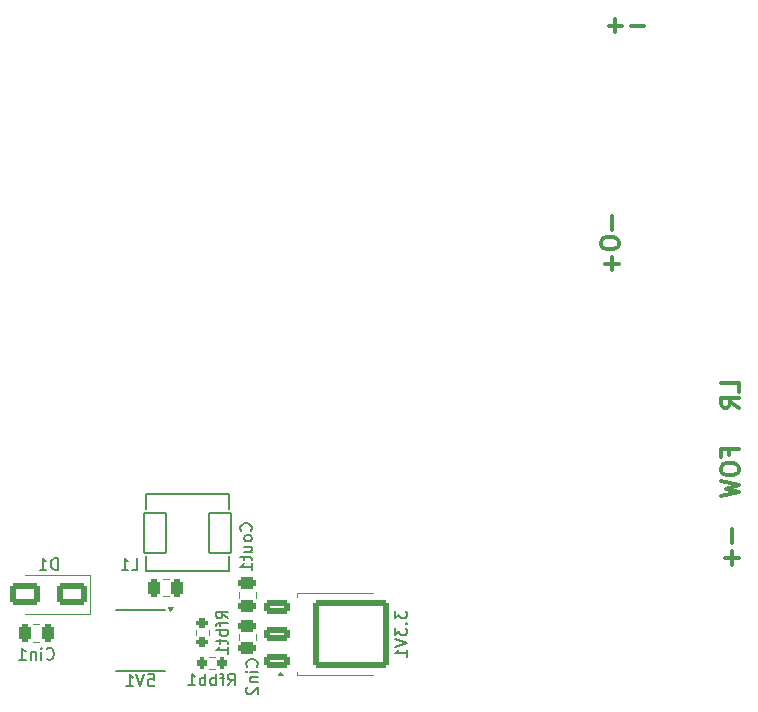
<source format=gbr>
%TF.GenerationSoftware,KiCad,Pcbnew,8.0.5*%
%TF.CreationDate,2024-10-15T16:33:48+02:00*%
%TF.ProjectId,Leiterkarte-v2,4c656974-6572-46b6-9172-74652d76322e,rev?*%
%TF.SameCoordinates,Original*%
%TF.FileFunction,Legend,Bot*%
%TF.FilePolarity,Positive*%
%FSLAX46Y46*%
G04 Gerber Fmt 4.6, Leading zero omitted, Abs format (unit mm)*
G04 Created by KiCad (PCBNEW 8.0.5) date 2024-10-15 16:33:48*
%MOMM*%
%LPD*%
G01*
G04 APERTURE LIST*
G04 Aperture macros list*
%AMRoundRect*
0 Rectangle with rounded corners*
0 $1 Rounding radius*
0 $2 $3 $4 $5 $6 $7 $8 $9 X,Y pos of 4 corners*
0 Add a 4 corners polygon primitive as box body*
4,1,4,$2,$3,$4,$5,$6,$7,$8,$9,$2,$3,0*
0 Add four circle primitives for the rounded corners*
1,1,$1+$1,$2,$3*
1,1,$1+$1,$4,$5*
1,1,$1+$1,$6,$7*
1,1,$1+$1,$8,$9*
0 Add four rect primitives between the rounded corners*
20,1,$1+$1,$2,$3,$4,$5,0*
20,1,$1+$1,$4,$5,$6,$7,0*
20,1,$1+$1,$6,$7,$8,$9,0*
20,1,$1+$1,$8,$9,$2,$3,0*%
G04 Aperture macros list end*
%ADD10C,0.300000*%
%ADD11C,0.150000*%
%ADD12C,0.120000*%
%ADD13C,0.127000*%
%ADD14C,1.000000*%
%ADD15R,1.700000X1.700000*%
%ADD16O,1.700000X1.700000*%
%ADD17O,1.204000X2.004000*%
%ADD18O,1.204000X2.304000*%
%ADD19C,0.650000*%
%ADD20C,6.400000*%
%ADD21RoundRect,0.250000X-0.250000X-0.475000X0.250000X-0.475000X0.250000X0.475000X-0.250000X0.475000X0*%
%ADD22R,1.550000X0.600000*%
%ADD23R,2.600000X3.100000*%
%ADD24RoundRect,0.250000X0.475000X-0.250000X0.475000X0.250000X-0.475000X0.250000X-0.475000X-0.250000X0*%
%ADD25RoundRect,0.200000X0.275000X-0.200000X0.275000X0.200000X-0.275000X0.200000X-0.275000X-0.200000X0*%
%ADD26RoundRect,0.200000X-0.200000X-0.275000X0.200000X-0.275000X0.200000X0.275000X-0.200000X0.275000X0*%
%ADD27RoundRect,0.250000X-0.850000X-0.350000X0.850000X-0.350000X0.850000X0.350000X-0.850000X0.350000X0*%
%ADD28RoundRect,0.249997X-2.950003X-2.650003X2.950003X-2.650003X2.950003X2.650003X-2.950003X2.650003X0*%
%ADD29RoundRect,0.250000X0.250000X0.475000X-0.250000X0.475000X-0.250000X-0.475000X0.250000X-0.475000X0*%
%ADD30RoundRect,0.250000X1.000000X0.650000X-1.000000X0.650000X-1.000000X-0.650000X1.000000X-0.650000X0*%
%ADD31RoundRect,0.102000X-0.925000X-1.700000X0.925000X-1.700000X0.925000X1.700000X-0.925000X1.700000X0*%
G04 APERTURE END LIST*
D10*
X148965114Y-86821428D02*
X148965114Y-86321428D01*
X149750828Y-86321428D02*
X148250828Y-86321428D01*
X148250828Y-86321428D02*
X148250828Y-87035714D01*
X148250828Y-87892857D02*
X148250828Y-88178571D01*
X148250828Y-88178571D02*
X148322257Y-88321428D01*
X148322257Y-88321428D02*
X148465114Y-88464285D01*
X148465114Y-88464285D02*
X148750828Y-88535714D01*
X148750828Y-88535714D02*
X149250828Y-88535714D01*
X149250828Y-88535714D02*
X149536542Y-88464285D01*
X149536542Y-88464285D02*
X149679400Y-88321428D01*
X149679400Y-88321428D02*
X149750828Y-88178571D01*
X149750828Y-88178571D02*
X149750828Y-87892857D01*
X149750828Y-87892857D02*
X149679400Y-87750000D01*
X149679400Y-87750000D02*
X149536542Y-87607142D01*
X149536542Y-87607142D02*
X149250828Y-87535714D01*
X149250828Y-87535714D02*
X148750828Y-87535714D01*
X148750828Y-87535714D02*
X148465114Y-87607142D01*
X148465114Y-87607142D02*
X148322257Y-87750000D01*
X148322257Y-87750000D02*
X148250828Y-87892857D01*
X148250828Y-89035714D02*
X149750828Y-89392857D01*
X149750828Y-89392857D02*
X148679400Y-89678571D01*
X148679400Y-89678571D02*
X149750828Y-89964286D01*
X149750828Y-89964286D02*
X148250828Y-90321429D01*
X139029400Y-66614285D02*
X139029400Y-67757143D01*
X138100828Y-68757143D02*
X138100828Y-69042857D01*
X138100828Y-69042857D02*
X138172257Y-69185714D01*
X138172257Y-69185714D02*
X138315114Y-69328571D01*
X138315114Y-69328571D02*
X138600828Y-69400000D01*
X138600828Y-69400000D02*
X139100828Y-69400000D01*
X139100828Y-69400000D02*
X139386542Y-69328571D01*
X139386542Y-69328571D02*
X139529400Y-69185714D01*
X139529400Y-69185714D02*
X139600828Y-69042857D01*
X139600828Y-69042857D02*
X139600828Y-68757143D01*
X139600828Y-68757143D02*
X139529400Y-68614286D01*
X139529400Y-68614286D02*
X139386542Y-68471428D01*
X139386542Y-68471428D02*
X139100828Y-68400000D01*
X139100828Y-68400000D02*
X138600828Y-68400000D01*
X138600828Y-68400000D02*
X138315114Y-68471428D01*
X138315114Y-68471428D02*
X138172257Y-68614286D01*
X138172257Y-68614286D02*
X138100828Y-68757143D01*
X139029400Y-70042857D02*
X139029400Y-71185715D01*
X139600828Y-70614286D02*
X138457971Y-70614286D01*
X149179400Y-93099999D02*
X149179400Y-94242857D01*
X149179400Y-94957142D02*
X149179400Y-96100000D01*
X149750828Y-95528571D02*
X148607971Y-95528571D01*
X138749999Y-50470600D02*
X139892857Y-50470600D01*
X139321428Y-49899171D02*
X139321428Y-51042028D01*
X140607142Y-50470600D02*
X141750000Y-50470600D01*
X149750828Y-81464285D02*
X149750828Y-80749999D01*
X149750828Y-80749999D02*
X148250828Y-80749999D01*
X149750828Y-82821428D02*
X149036542Y-82321428D01*
X149750828Y-81964285D02*
X148250828Y-81964285D01*
X148250828Y-81964285D02*
X148250828Y-82535714D01*
X148250828Y-82535714D02*
X148322257Y-82678571D01*
X148322257Y-82678571D02*
X148393685Y-82750000D01*
X148393685Y-82750000D02*
X148536542Y-82821428D01*
X148536542Y-82821428D02*
X148750828Y-82821428D01*
X148750828Y-82821428D02*
X148893685Y-82750000D01*
X148893685Y-82750000D02*
X148965114Y-82678571D01*
X148965114Y-82678571D02*
X149036542Y-82535714D01*
X149036542Y-82535714D02*
X149036542Y-81964285D01*
D11*
X99766666Y-105404819D02*
X100242856Y-105404819D01*
X100242856Y-105404819D02*
X100290475Y-105881009D01*
X100290475Y-105881009D02*
X100242856Y-105833390D01*
X100242856Y-105833390D02*
X100147618Y-105785771D01*
X100147618Y-105785771D02*
X99909523Y-105785771D01*
X99909523Y-105785771D02*
X99814285Y-105833390D01*
X99814285Y-105833390D02*
X99766666Y-105881009D01*
X99766666Y-105881009D02*
X99719047Y-105976247D01*
X99719047Y-105976247D02*
X99719047Y-106214342D01*
X99719047Y-106214342D02*
X99766666Y-106309580D01*
X99766666Y-106309580D02*
X99814285Y-106357200D01*
X99814285Y-106357200D02*
X99909523Y-106404819D01*
X99909523Y-106404819D02*
X100147618Y-106404819D01*
X100147618Y-106404819D02*
X100242856Y-106357200D01*
X100242856Y-106357200D02*
X100290475Y-106309580D01*
X99433332Y-105404819D02*
X99099999Y-106404819D01*
X99099999Y-106404819D02*
X98766666Y-105404819D01*
X97909523Y-106404819D02*
X98480951Y-106404819D01*
X98195237Y-106404819D02*
X98195237Y-105404819D01*
X98195237Y-105404819D02*
X98290475Y-105547676D01*
X98290475Y-105547676D02*
X98385713Y-105642914D01*
X98385713Y-105642914D02*
X98480951Y-105690533D01*
X108959580Y-104742857D02*
X109007200Y-104695238D01*
X109007200Y-104695238D02*
X109054819Y-104552381D01*
X109054819Y-104552381D02*
X109054819Y-104457143D01*
X109054819Y-104457143D02*
X109007200Y-104314286D01*
X109007200Y-104314286D02*
X108911961Y-104219048D01*
X108911961Y-104219048D02*
X108816723Y-104171429D01*
X108816723Y-104171429D02*
X108626247Y-104123810D01*
X108626247Y-104123810D02*
X108483390Y-104123810D01*
X108483390Y-104123810D02*
X108292914Y-104171429D01*
X108292914Y-104171429D02*
X108197676Y-104219048D01*
X108197676Y-104219048D02*
X108102438Y-104314286D01*
X108102438Y-104314286D02*
X108054819Y-104457143D01*
X108054819Y-104457143D02*
X108054819Y-104552381D01*
X108054819Y-104552381D02*
X108102438Y-104695238D01*
X108102438Y-104695238D02*
X108150057Y-104742857D01*
X109054819Y-105171429D02*
X108388152Y-105171429D01*
X108054819Y-105171429D02*
X108102438Y-105123810D01*
X108102438Y-105123810D02*
X108150057Y-105171429D01*
X108150057Y-105171429D02*
X108102438Y-105219048D01*
X108102438Y-105219048D02*
X108054819Y-105171429D01*
X108054819Y-105171429D02*
X108150057Y-105171429D01*
X108388152Y-105647619D02*
X109054819Y-105647619D01*
X108483390Y-105647619D02*
X108435771Y-105695238D01*
X108435771Y-105695238D02*
X108388152Y-105790476D01*
X108388152Y-105790476D02*
X108388152Y-105933333D01*
X108388152Y-105933333D02*
X108435771Y-106028571D01*
X108435771Y-106028571D02*
X108531009Y-106076190D01*
X108531009Y-106076190D02*
X109054819Y-106076190D01*
X108150057Y-106504762D02*
X108102438Y-106552381D01*
X108102438Y-106552381D02*
X108054819Y-106647619D01*
X108054819Y-106647619D02*
X108054819Y-106885714D01*
X108054819Y-106885714D02*
X108102438Y-106980952D01*
X108102438Y-106980952D02*
X108150057Y-107028571D01*
X108150057Y-107028571D02*
X108245295Y-107076190D01*
X108245295Y-107076190D02*
X108340533Y-107076190D01*
X108340533Y-107076190D02*
X108483390Y-107028571D01*
X108483390Y-107028571D02*
X109054819Y-106457143D01*
X109054819Y-106457143D02*
X109054819Y-107076190D01*
X108459580Y-93242856D02*
X108507200Y-93195237D01*
X108507200Y-93195237D02*
X108554819Y-93052380D01*
X108554819Y-93052380D02*
X108554819Y-92957142D01*
X108554819Y-92957142D02*
X108507200Y-92814285D01*
X108507200Y-92814285D02*
X108411961Y-92719047D01*
X108411961Y-92719047D02*
X108316723Y-92671428D01*
X108316723Y-92671428D02*
X108126247Y-92623809D01*
X108126247Y-92623809D02*
X107983390Y-92623809D01*
X107983390Y-92623809D02*
X107792914Y-92671428D01*
X107792914Y-92671428D02*
X107697676Y-92719047D01*
X107697676Y-92719047D02*
X107602438Y-92814285D01*
X107602438Y-92814285D02*
X107554819Y-92957142D01*
X107554819Y-92957142D02*
X107554819Y-93052380D01*
X107554819Y-93052380D02*
X107602438Y-93195237D01*
X107602438Y-93195237D02*
X107650057Y-93242856D01*
X108554819Y-93814285D02*
X108507200Y-93719047D01*
X108507200Y-93719047D02*
X108459580Y-93671428D01*
X108459580Y-93671428D02*
X108364342Y-93623809D01*
X108364342Y-93623809D02*
X108078628Y-93623809D01*
X108078628Y-93623809D02*
X107983390Y-93671428D01*
X107983390Y-93671428D02*
X107935771Y-93719047D01*
X107935771Y-93719047D02*
X107888152Y-93814285D01*
X107888152Y-93814285D02*
X107888152Y-93957142D01*
X107888152Y-93957142D02*
X107935771Y-94052380D01*
X107935771Y-94052380D02*
X107983390Y-94099999D01*
X107983390Y-94099999D02*
X108078628Y-94147618D01*
X108078628Y-94147618D02*
X108364342Y-94147618D01*
X108364342Y-94147618D02*
X108459580Y-94099999D01*
X108459580Y-94099999D02*
X108507200Y-94052380D01*
X108507200Y-94052380D02*
X108554819Y-93957142D01*
X108554819Y-93957142D02*
X108554819Y-93814285D01*
X107888152Y-95004761D02*
X108554819Y-95004761D01*
X107888152Y-94576190D02*
X108411961Y-94576190D01*
X108411961Y-94576190D02*
X108507200Y-94623809D01*
X108507200Y-94623809D02*
X108554819Y-94719047D01*
X108554819Y-94719047D02*
X108554819Y-94861904D01*
X108554819Y-94861904D02*
X108507200Y-94957142D01*
X108507200Y-94957142D02*
X108459580Y-95004761D01*
X107888152Y-95338095D02*
X107888152Y-95719047D01*
X107554819Y-95480952D02*
X108411961Y-95480952D01*
X108411961Y-95480952D02*
X108507200Y-95528571D01*
X108507200Y-95528571D02*
X108554819Y-95623809D01*
X108554819Y-95623809D02*
X108554819Y-95719047D01*
X108554819Y-96576190D02*
X108554819Y-96004762D01*
X108554819Y-96290476D02*
X107554819Y-96290476D01*
X107554819Y-96290476D02*
X107697676Y-96195238D01*
X107697676Y-96195238D02*
X107792914Y-96100000D01*
X107792914Y-96100000D02*
X107840533Y-96004762D01*
X106504819Y-100659523D02*
X106028628Y-100326190D01*
X106504819Y-100088095D02*
X105504819Y-100088095D01*
X105504819Y-100088095D02*
X105504819Y-100469047D01*
X105504819Y-100469047D02*
X105552438Y-100564285D01*
X105552438Y-100564285D02*
X105600057Y-100611904D01*
X105600057Y-100611904D02*
X105695295Y-100659523D01*
X105695295Y-100659523D02*
X105838152Y-100659523D01*
X105838152Y-100659523D02*
X105933390Y-100611904D01*
X105933390Y-100611904D02*
X105981009Y-100564285D01*
X105981009Y-100564285D02*
X106028628Y-100469047D01*
X106028628Y-100469047D02*
X106028628Y-100088095D01*
X105838152Y-100945238D02*
X105838152Y-101326190D01*
X106504819Y-101088095D02*
X105647676Y-101088095D01*
X105647676Y-101088095D02*
X105552438Y-101135714D01*
X105552438Y-101135714D02*
X105504819Y-101230952D01*
X105504819Y-101230952D02*
X105504819Y-101326190D01*
X106504819Y-101659524D02*
X105504819Y-101659524D01*
X105885771Y-101659524D02*
X105838152Y-101754762D01*
X105838152Y-101754762D02*
X105838152Y-101945238D01*
X105838152Y-101945238D02*
X105885771Y-102040476D01*
X105885771Y-102040476D02*
X105933390Y-102088095D01*
X105933390Y-102088095D02*
X106028628Y-102135714D01*
X106028628Y-102135714D02*
X106314342Y-102135714D01*
X106314342Y-102135714D02*
X106409580Y-102088095D01*
X106409580Y-102088095D02*
X106457200Y-102040476D01*
X106457200Y-102040476D02*
X106504819Y-101945238D01*
X106504819Y-101945238D02*
X106504819Y-101754762D01*
X106504819Y-101754762D02*
X106457200Y-101659524D01*
X105838152Y-102421429D02*
X105838152Y-102802381D01*
X105504819Y-102564286D02*
X106361961Y-102564286D01*
X106361961Y-102564286D02*
X106457200Y-102611905D01*
X106457200Y-102611905D02*
X106504819Y-102707143D01*
X106504819Y-102707143D02*
X106504819Y-102802381D01*
X106504819Y-103659524D02*
X106504819Y-103088096D01*
X106504819Y-103373810D02*
X105504819Y-103373810D01*
X105504819Y-103373810D02*
X105647676Y-103278572D01*
X105647676Y-103278572D02*
X105742914Y-103183334D01*
X105742914Y-103183334D02*
X105790533Y-103088096D01*
X106507143Y-106334819D02*
X106840476Y-105858628D01*
X107078571Y-106334819D02*
X107078571Y-105334819D01*
X107078571Y-105334819D02*
X106697619Y-105334819D01*
X106697619Y-105334819D02*
X106602381Y-105382438D01*
X106602381Y-105382438D02*
X106554762Y-105430057D01*
X106554762Y-105430057D02*
X106507143Y-105525295D01*
X106507143Y-105525295D02*
X106507143Y-105668152D01*
X106507143Y-105668152D02*
X106554762Y-105763390D01*
X106554762Y-105763390D02*
X106602381Y-105811009D01*
X106602381Y-105811009D02*
X106697619Y-105858628D01*
X106697619Y-105858628D02*
X107078571Y-105858628D01*
X106221428Y-105668152D02*
X105840476Y-105668152D01*
X106078571Y-106334819D02*
X106078571Y-105477676D01*
X106078571Y-105477676D02*
X106030952Y-105382438D01*
X106030952Y-105382438D02*
X105935714Y-105334819D01*
X105935714Y-105334819D02*
X105840476Y-105334819D01*
X105507142Y-106334819D02*
X105507142Y-105334819D01*
X105507142Y-105715771D02*
X105411904Y-105668152D01*
X105411904Y-105668152D02*
X105221428Y-105668152D01*
X105221428Y-105668152D02*
X105126190Y-105715771D01*
X105126190Y-105715771D02*
X105078571Y-105763390D01*
X105078571Y-105763390D02*
X105030952Y-105858628D01*
X105030952Y-105858628D02*
X105030952Y-106144342D01*
X105030952Y-106144342D02*
X105078571Y-106239580D01*
X105078571Y-106239580D02*
X105126190Y-106287200D01*
X105126190Y-106287200D02*
X105221428Y-106334819D01*
X105221428Y-106334819D02*
X105411904Y-106334819D01*
X105411904Y-106334819D02*
X105507142Y-106287200D01*
X104602380Y-106334819D02*
X104602380Y-105334819D01*
X104602380Y-105715771D02*
X104507142Y-105668152D01*
X104507142Y-105668152D02*
X104316666Y-105668152D01*
X104316666Y-105668152D02*
X104221428Y-105715771D01*
X104221428Y-105715771D02*
X104173809Y-105763390D01*
X104173809Y-105763390D02*
X104126190Y-105858628D01*
X104126190Y-105858628D02*
X104126190Y-106144342D01*
X104126190Y-106144342D02*
X104173809Y-106239580D01*
X104173809Y-106239580D02*
X104221428Y-106287200D01*
X104221428Y-106287200D02*
X104316666Y-106334819D01*
X104316666Y-106334819D02*
X104507142Y-106334819D01*
X104507142Y-106334819D02*
X104602380Y-106287200D01*
X103173809Y-106334819D02*
X103745237Y-106334819D01*
X103459523Y-106334819D02*
X103459523Y-105334819D01*
X103459523Y-105334819D02*
X103554761Y-105477676D01*
X103554761Y-105477676D02*
X103649999Y-105572914D01*
X103649999Y-105572914D02*
X103745237Y-105620533D01*
X120654819Y-100047619D02*
X120654819Y-100666666D01*
X120654819Y-100666666D02*
X121035771Y-100333333D01*
X121035771Y-100333333D02*
X121035771Y-100476190D01*
X121035771Y-100476190D02*
X121083390Y-100571428D01*
X121083390Y-100571428D02*
X121131009Y-100619047D01*
X121131009Y-100619047D02*
X121226247Y-100666666D01*
X121226247Y-100666666D02*
X121464342Y-100666666D01*
X121464342Y-100666666D02*
X121559580Y-100619047D01*
X121559580Y-100619047D02*
X121607200Y-100571428D01*
X121607200Y-100571428D02*
X121654819Y-100476190D01*
X121654819Y-100476190D02*
X121654819Y-100190476D01*
X121654819Y-100190476D02*
X121607200Y-100095238D01*
X121607200Y-100095238D02*
X121559580Y-100047619D01*
X121559580Y-101095238D02*
X121607200Y-101142857D01*
X121607200Y-101142857D02*
X121654819Y-101095238D01*
X121654819Y-101095238D02*
X121607200Y-101047619D01*
X121607200Y-101047619D02*
X121559580Y-101095238D01*
X121559580Y-101095238D02*
X121654819Y-101095238D01*
X120654819Y-101476190D02*
X120654819Y-102095237D01*
X120654819Y-102095237D02*
X121035771Y-101761904D01*
X121035771Y-101761904D02*
X121035771Y-101904761D01*
X121035771Y-101904761D02*
X121083390Y-101999999D01*
X121083390Y-101999999D02*
X121131009Y-102047618D01*
X121131009Y-102047618D02*
X121226247Y-102095237D01*
X121226247Y-102095237D02*
X121464342Y-102095237D01*
X121464342Y-102095237D02*
X121559580Y-102047618D01*
X121559580Y-102047618D02*
X121607200Y-101999999D01*
X121607200Y-101999999D02*
X121654819Y-101904761D01*
X121654819Y-101904761D02*
X121654819Y-101619047D01*
X121654819Y-101619047D02*
X121607200Y-101523809D01*
X121607200Y-101523809D02*
X121559580Y-101476190D01*
X120654819Y-102380952D02*
X121654819Y-102714285D01*
X121654819Y-102714285D02*
X120654819Y-103047618D01*
X121654819Y-103904761D02*
X121654819Y-103333333D01*
X121654819Y-103619047D02*
X120654819Y-103619047D01*
X120654819Y-103619047D02*
X120797676Y-103523809D01*
X120797676Y-103523809D02*
X120892914Y-103428571D01*
X120892914Y-103428571D02*
X120940533Y-103333333D01*
X91157142Y-104059580D02*
X91204761Y-104107200D01*
X91204761Y-104107200D02*
X91347618Y-104154819D01*
X91347618Y-104154819D02*
X91442856Y-104154819D01*
X91442856Y-104154819D02*
X91585713Y-104107200D01*
X91585713Y-104107200D02*
X91680951Y-104011961D01*
X91680951Y-104011961D02*
X91728570Y-103916723D01*
X91728570Y-103916723D02*
X91776189Y-103726247D01*
X91776189Y-103726247D02*
X91776189Y-103583390D01*
X91776189Y-103583390D02*
X91728570Y-103392914D01*
X91728570Y-103392914D02*
X91680951Y-103297676D01*
X91680951Y-103297676D02*
X91585713Y-103202438D01*
X91585713Y-103202438D02*
X91442856Y-103154819D01*
X91442856Y-103154819D02*
X91347618Y-103154819D01*
X91347618Y-103154819D02*
X91204761Y-103202438D01*
X91204761Y-103202438D02*
X91157142Y-103250057D01*
X90728570Y-104154819D02*
X90728570Y-103488152D01*
X90728570Y-103154819D02*
X90776189Y-103202438D01*
X90776189Y-103202438D02*
X90728570Y-103250057D01*
X90728570Y-103250057D02*
X90680951Y-103202438D01*
X90680951Y-103202438D02*
X90728570Y-103154819D01*
X90728570Y-103154819D02*
X90728570Y-103250057D01*
X90252380Y-103488152D02*
X90252380Y-104154819D01*
X90252380Y-103583390D02*
X90204761Y-103535771D01*
X90204761Y-103535771D02*
X90109523Y-103488152D01*
X90109523Y-103488152D02*
X89966666Y-103488152D01*
X89966666Y-103488152D02*
X89871428Y-103535771D01*
X89871428Y-103535771D02*
X89823809Y-103631009D01*
X89823809Y-103631009D02*
X89823809Y-104154819D01*
X88823809Y-104154819D02*
X89395237Y-104154819D01*
X89109523Y-104154819D02*
X89109523Y-103154819D01*
X89109523Y-103154819D02*
X89204761Y-103297676D01*
X89204761Y-103297676D02*
X89299999Y-103392914D01*
X89299999Y-103392914D02*
X89395237Y-103440533D01*
X92088094Y-96554819D02*
X92088094Y-95554819D01*
X92088094Y-95554819D02*
X91849999Y-95554819D01*
X91849999Y-95554819D02*
X91707142Y-95602438D01*
X91707142Y-95602438D02*
X91611904Y-95697676D01*
X91611904Y-95697676D02*
X91564285Y-95792914D01*
X91564285Y-95792914D02*
X91516666Y-95983390D01*
X91516666Y-95983390D02*
X91516666Y-96126247D01*
X91516666Y-96126247D02*
X91564285Y-96316723D01*
X91564285Y-96316723D02*
X91611904Y-96411961D01*
X91611904Y-96411961D02*
X91707142Y-96507200D01*
X91707142Y-96507200D02*
X91849999Y-96554819D01*
X91849999Y-96554819D02*
X92088094Y-96554819D01*
X90564285Y-96554819D02*
X91135713Y-96554819D01*
X90849999Y-96554819D02*
X90849999Y-95554819D01*
X90849999Y-95554819D02*
X90945237Y-95697676D01*
X90945237Y-95697676D02*
X91040475Y-95792914D01*
X91040475Y-95792914D02*
X91135713Y-95840533D01*
X98366666Y-96554819D02*
X98842856Y-96554819D01*
X98842856Y-96554819D02*
X98842856Y-95554819D01*
X97509523Y-96554819D02*
X98080951Y-96554819D01*
X97795237Y-96554819D02*
X97795237Y-95554819D01*
X97795237Y-95554819D02*
X97890475Y-95697676D01*
X97890475Y-95697676D02*
X97985713Y-95792914D01*
X97985713Y-95792914D02*
X98080951Y-95840533D01*
D12*
%TO.C,Cboot1*%
X101511252Y-97315000D02*
X100988748Y-97315000D01*
X101511252Y-98785000D02*
X100988748Y-98785000D01*
D11*
%TO.C,5V1*%
X97075000Y-99975000D02*
X101225000Y-99975000D01*
X97075000Y-105125000D02*
X101225000Y-105125000D01*
D12*
X101650000Y-100050000D02*
X101410000Y-99720000D01*
X101890000Y-99720000D01*
X101650000Y-100050000D01*
G36*
X101650000Y-100050000D02*
G01*
X101410000Y-99720000D01*
X101890000Y-99720000D01*
X101650000Y-100050000D01*
G37*
%TO.C,Cin2*%
X107415000Y-101988748D02*
X107415000Y-102511252D01*
X108885000Y-101988748D02*
X108885000Y-102511252D01*
%TO.C,Cout1*%
X107415000Y-98388748D02*
X107415000Y-98911252D01*
X108885000Y-98388748D02*
X108885000Y-98911252D01*
%TO.C,Rfbt1*%
X103827500Y-101612742D02*
X103827500Y-102087258D01*
X104872500Y-101612742D02*
X104872500Y-102087258D01*
%TO.C,Rfbb1*%
X105387258Y-103927500D02*
X104912742Y-103927500D01*
X105387258Y-104972500D02*
X104912742Y-104972500D01*
%TO.C,3.3V1*%
X112380000Y-98550000D02*
X118800000Y-98550000D01*
X112380000Y-98820000D02*
X112380000Y-98550000D01*
X112380000Y-105180000D02*
X112380000Y-105450000D01*
X112380000Y-105450000D02*
X118800000Y-105450000D01*
X111205000Y-105490000D02*
X110725000Y-105490000D01*
X110965000Y-105160000D01*
X111205000Y-105490000D01*
G36*
X111205000Y-105490000D02*
G01*
X110725000Y-105490000D01*
X110965000Y-105160000D01*
X111205000Y-105490000D01*
G37*
%TO.C,Cin1*%
X90038748Y-101165000D02*
X90561252Y-101165000D01*
X90038748Y-102635000D02*
X90561252Y-102635000D01*
%TO.C,D1*%
X89350000Y-96950000D02*
X94860000Y-96950000D01*
X89350000Y-100250000D02*
X94860000Y-100250000D01*
X94860000Y-100250000D02*
X94860000Y-96950000D01*
D13*
%TO.C,L1*%
X99550000Y-91380000D02*
X99550000Y-90150000D01*
X99550000Y-95420000D02*
X99550000Y-96650000D01*
X106650000Y-90150000D02*
X99550000Y-90150000D01*
X106650000Y-91380000D02*
X106650000Y-90150000D01*
X106650000Y-95420000D02*
X106650000Y-96650000D01*
X106650000Y-96650000D02*
X99550000Y-96650000D01*
%TD*%
%LPC*%
D14*
%TO.C,SD1*%
X116000000Y-52762500D03*
X124000000Y-52762500D03*
%TD*%
D15*
%TO.C,Buttons1*%
X151100000Y-103400000D03*
D16*
X151100000Y-105940000D03*
X151100000Y-108480000D03*
X151100000Y-111020000D03*
X151100000Y-113560000D03*
X151100000Y-116100000D03*
%TD*%
D17*
%TO.C,USBC1*%
X100880000Y-51200000D03*
X109520000Y-51200000D03*
D18*
X100880000Y-55380000D03*
X109520000Y-55380000D03*
D19*
X102310000Y-54880000D03*
X108090000Y-54880000D03*
%TD*%
D20*
%TO.C,Vcc1*%
X90300000Y-90250000D03*
%TD*%
%TO.C,GND1*%
X122100000Y-90250000D03*
%TD*%
D15*
%TO.C,RPM1*%
X151100000Y-99500000D03*
%TD*%
D21*
%TO.C,Cboot1*%
X100300000Y-98050000D03*
X102200000Y-98050000D03*
%TD*%
D22*
%TO.C,5V1*%
X101850000Y-100645000D03*
X101850000Y-101915000D03*
X101850000Y-103185000D03*
X101850000Y-104455000D03*
X96450000Y-104455000D03*
X96450000Y-103185000D03*
X96450000Y-101915000D03*
X96450000Y-100645000D03*
D23*
X99150000Y-102550000D03*
%TD*%
D24*
%TO.C,Cin2*%
X108150000Y-103200000D03*
X108150000Y-101300000D03*
%TD*%
%TO.C,Cout1*%
X108150000Y-99600000D03*
X108150000Y-97700000D03*
%TD*%
D25*
%TO.C,Rfbt1*%
X104350000Y-102675000D03*
X104350000Y-101025000D03*
%TD*%
D26*
%TO.C,Rfbb1*%
X104325000Y-104450000D03*
X105975000Y-104450000D03*
%TD*%
D27*
%TO.C,3.3V1*%
X110650000Y-104280000D03*
X110650000Y-102000000D03*
D28*
X116950000Y-102000000D03*
D27*
X110650000Y-99720000D03*
%TD*%
D29*
%TO.C,Cin1*%
X91250000Y-101900000D03*
X89350000Y-101900000D03*
%TD*%
D30*
%TO.C,D1*%
X93350000Y-98600000D03*
X89350000Y-98600000D03*
%TD*%
D31*
%TO.C,L1*%
X100325000Y-93400000D03*
X105875000Y-93400000D03*
%TD*%
%LPD*%
M02*

</source>
